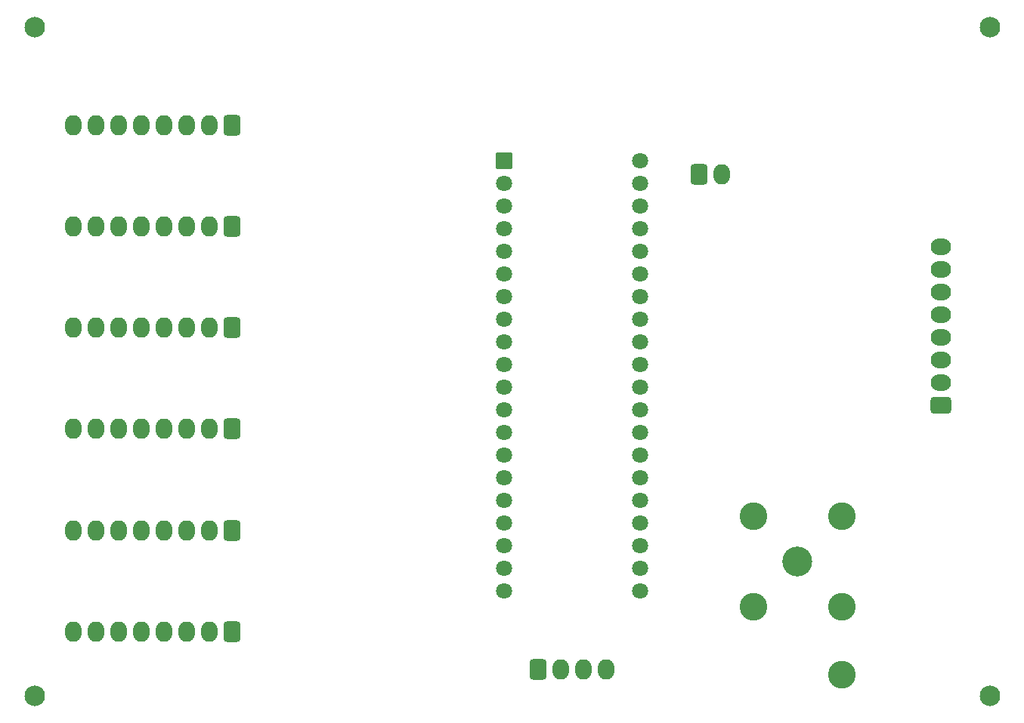
<source format=gbs>
%TF.GenerationSoftware,KiCad,Pcbnew,7.0.9*%
%TF.CreationDate,2024-01-13T15:57:46+01:00*%
%TF.ProjectId,daisy-drums,64616973-792d-4647-9275-6d732e6b6963,v02*%
%TF.SameCoordinates,Original*%
%TF.FileFunction,Soldermask,Bot*%
%TF.FilePolarity,Negative*%
%FSLAX46Y46*%
G04 Gerber Fmt 4.6, Leading zero omitted, Abs format (unit mm)*
G04 Created by KiCad (PCBNEW 7.0.9) date 2024-01-13 15:57:46*
%MOMM*%
%LPD*%
G01*
G04 APERTURE LIST*
G04 Aperture macros list*
%AMRoundRect*
0 Rectangle with rounded corners*
0 $1 Rounding radius*
0 $2 $3 $4 $5 $6 $7 $8 $9 X,Y pos of 4 corners*
0 Add a 4 corners polygon primitive as box body*
4,1,4,$2,$3,$4,$5,$6,$7,$8,$9,$2,$3,0*
0 Add four circle primitives for the rounded corners*
1,1,$1+$1,$2,$3*
1,1,$1+$1,$4,$5*
1,1,$1+$1,$6,$7*
1,1,$1+$1,$8,$9*
0 Add four rect primitives between the rounded corners*
20,1,$1+$1,$2,$3,$4,$5,0*
20,1,$1+$1,$4,$5,$6,$7,0*
20,1,$1+$1,$6,$7,$8,$9,0*
20,1,$1+$1,$8,$9,$2,$3,0*%
G04 Aperture macros list end*
%ADD10RoundRect,0.050800X-0.850000X-0.850000X0.850000X-0.850000X0.850000X0.850000X-0.850000X0.850000X0*%
%ADD11C,1.801600*%
%ADD12C,2.301600*%
%ADD13RoundRect,0.300800X-0.620000X-0.845000X0.620000X-0.845000X0.620000X0.845000X-0.620000X0.845000X0*%
%ADD14O,1.841600X2.291600*%
%ADD15RoundRect,0.300800X0.845000X-0.620000X0.845000X0.620000X-0.845000X0.620000X-0.845000X-0.620000X0*%
%ADD16O,2.291600X1.841600*%
%ADD17C,3.351600*%
%ADD18C,3.101600*%
%ADD19RoundRect,0.300800X0.620000X0.845000X-0.620000X0.845000X-0.620000X-0.845000X0.620000X-0.845000X0*%
G04 APERTURE END LIST*
D10*
%TO.C,A1*%
X180594000Y-64008000D03*
D11*
X180594000Y-66548000D03*
X180594000Y-69088000D03*
X180594000Y-71628000D03*
X180594000Y-74168000D03*
X180594000Y-76708000D03*
X180594000Y-79248000D03*
X180594000Y-81788000D03*
X180594000Y-84328000D03*
X180594000Y-86868000D03*
X180594000Y-89408000D03*
X180594000Y-91948000D03*
X180594000Y-94488000D03*
X180594000Y-97028000D03*
X180594000Y-99568000D03*
X180594000Y-102108000D03*
X180594000Y-104648000D03*
X180594000Y-107188000D03*
X180594000Y-109728000D03*
X180594000Y-112268000D03*
X195834000Y-112268000D03*
X195834000Y-109728000D03*
X195834000Y-107188000D03*
X195834000Y-104648000D03*
X195834000Y-102108000D03*
X195834000Y-99568000D03*
X195834000Y-97028000D03*
X195834000Y-94488000D03*
X195834000Y-91948000D03*
X195834000Y-89408000D03*
X195834000Y-86868000D03*
X195834000Y-84328000D03*
X195834000Y-81788000D03*
X195834000Y-79248000D03*
X195834000Y-76708000D03*
X195834000Y-74168000D03*
X195834000Y-71628000D03*
X195834000Y-69088000D03*
X195834000Y-66548000D03*
X195834000Y-64008000D03*
%TD*%
D12*
%TO.C,REF\u002A\u002A*%
X235000000Y-124000000D03*
%TD*%
D13*
%TO.C,J2*%
X202438000Y-65532000D03*
D14*
X204978000Y-65532000D03*
%TD*%
D13*
%TO.C,J12*%
X184404000Y-121031000D03*
D14*
X186944000Y-121031000D03*
X189484000Y-121031000D03*
X192024000Y-121031000D03*
%TD*%
D15*
%TO.C,J11*%
X229565200Y-91465400D03*
D16*
X229565200Y-88925400D03*
X229565200Y-86385400D03*
X229565200Y-83845400D03*
X229565200Y-81305400D03*
X229565200Y-78765400D03*
X229565200Y-76225400D03*
X229565200Y-73685400D03*
%TD*%
D17*
%TO.C,CON1*%
X213457000Y-108966000D03*
D18*
X218412000Y-114046000D03*
X208502000Y-114046000D03*
X218412000Y-121666000D03*
X218412000Y-103886000D03*
X208502000Y-103886000D03*
%TD*%
D19*
%TO.C,J7*%
X150114000Y-94104000D03*
D14*
X147574000Y-94104000D03*
X145034000Y-94104000D03*
X142494000Y-94104000D03*
X139954000Y-94104000D03*
X137414000Y-94104000D03*
X134874000Y-94104000D03*
X132334000Y-94104000D03*
%TD*%
D12*
%TO.C,REF\u002A\u002A*%
X128000000Y-49000000D03*
%TD*%
%TO.C,REF\u002A\u002A*%
X128000000Y-124000000D03*
%TD*%
%TO.C,REF\u002A\u002A*%
X235000000Y-49000000D03*
%TD*%
D19*
%TO.C,J4*%
X150114000Y-82736000D03*
D14*
X147574000Y-82736000D03*
X145034000Y-82736000D03*
X142494000Y-82736000D03*
X139954000Y-82736000D03*
X137414000Y-82736000D03*
X134874000Y-82736000D03*
X132334000Y-82736000D03*
%TD*%
D19*
%TO.C,J5*%
X150114000Y-105472000D03*
D14*
X147574000Y-105472000D03*
X145034000Y-105472000D03*
X142494000Y-105472000D03*
X139954000Y-105472000D03*
X137414000Y-105472000D03*
X134874000Y-105472000D03*
X132334000Y-105472000D03*
%TD*%
D19*
%TO.C,J8*%
X150114000Y-116840000D03*
D14*
X147574000Y-116840000D03*
X145034000Y-116840000D03*
X142494000Y-116840000D03*
X139954000Y-116840000D03*
X137414000Y-116840000D03*
X134874000Y-116840000D03*
X132334000Y-116840000D03*
%TD*%
D19*
%TO.C,J6*%
X150114000Y-71368000D03*
D14*
X147574000Y-71368000D03*
X145034000Y-71368000D03*
X142494000Y-71368000D03*
X139954000Y-71368000D03*
X137414000Y-71368000D03*
X134874000Y-71368000D03*
X132334000Y-71368000D03*
%TD*%
D19*
%TO.C,J3*%
X150114000Y-60000000D03*
D14*
X147574000Y-60000000D03*
X145034000Y-60000000D03*
X142494000Y-60000000D03*
X139954000Y-60000000D03*
X137414000Y-60000000D03*
X134874000Y-60000000D03*
X132334000Y-60000000D03*
%TD*%
M02*

</source>
